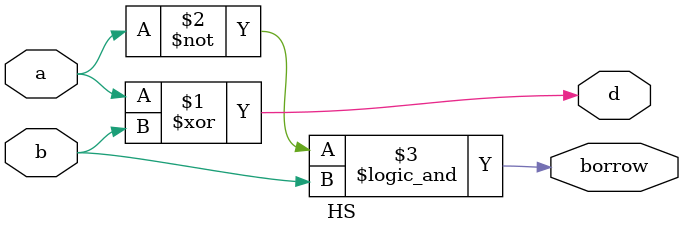
<source format=v>
`timescale 1ns / 1ps

module HS(
    input a,
    input b,
    output d,
    output borrow
    );
    
assign d = a^b;
assign borrow = (~a)&&b;
    
endmodule
</source>
